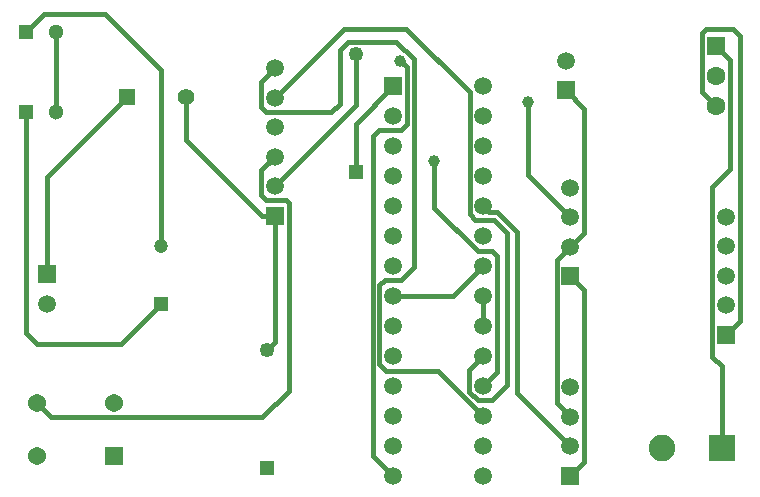
<source format=gtl>
G04*
G04 #@! TF.GenerationSoftware,Altium Limited,Altium Designer,23.0.1 (38)*
G04*
G04 Layer_Physical_Order=1*
G04 Layer_Color=255*
%FSLAX25Y25*%
%MOIN*%
G70*
G04*
G04 #@! TF.SameCoordinates,3541F037-1E4E-4125-B444-BB1E2F39CCB3*
G04*
G04*
G04 #@! TF.FilePolarity,Positive*
G04*
G01*
G75*
%ADD24R,0.06063X0.06063*%
%ADD25C,0.06063*%
%ADD30C,0.04921*%
%ADD31R,0.04921X0.04921*%
%ADD35C,0.01500*%
%ADD36R,0.05118X0.05118*%
%ADD37C,0.05118*%
%ADD38R,0.04724X0.04724*%
%ADD39C,0.04724*%
%ADD40R,0.05937X0.05937*%
%ADD41C,0.05937*%
%ADD42C,0.06299*%
%ADD43R,0.06299X0.06299*%
%ADD44R,0.08858X0.08858*%
%ADD45C,0.08858*%
%ADD46C,0.05906*%
%ADD47R,0.05906X0.05906*%
%ADD48R,0.05512X0.05512*%
%ADD49C,0.05512*%
%ADD50C,0.03937*%
D24*
X60295Y30142D02*
D03*
D25*
Y47858D02*
D03*
X34705Y30142D02*
D03*
Y47858D02*
D03*
D30*
X141000Y164185D02*
D03*
X111500Y65685D02*
D03*
D31*
X141000Y124815D02*
D03*
X111500Y26315D02*
D03*
D35*
X76000Y100106D02*
Y159000D01*
X57400Y177600D02*
X76000Y159000D01*
X37100Y177600D02*
X57400D01*
X31000Y171500D02*
X37100Y177600D01*
X41000Y145000D02*
Y171500D01*
X111500Y65685D02*
X114067Y68252D01*
Y110394D01*
X109610D02*
X114067D01*
X84343Y135661D02*
X109610Y110394D01*
X84343Y135661D02*
Y150000D01*
X153500Y83500D02*
X173500D01*
X183500Y93500D01*
X208000Y95512D02*
X212567Y100079D01*
X208000Y47988D02*
Y95512D01*
Y47988D02*
X212567Y43421D01*
Y100079D02*
X217100Y104612D01*
Y146058D01*
X211000Y152158D02*
X217100Y146058D01*
X34705Y47858D02*
X39363Y43200D01*
X109900D01*
X118600Y51900D01*
Y114700D01*
X117600Y115700D02*
X118600Y114700D01*
X111200Y115700D02*
X117600D01*
X109500Y117400D02*
X111200Y115700D01*
X109500Y117400D02*
Y125512D01*
X114067Y130079D01*
X141000Y124815D02*
Y141000D01*
X153500Y153500D01*
X167097Y113003D02*
Y128500D01*
Y113003D02*
X181600Y98500D01*
X186400D01*
X188100Y96800D01*
Y58100D02*
Y96800D01*
X183500Y53500D02*
X188100Y58100D01*
X178900Y58900D02*
X183500Y63500D01*
X178900Y51600D02*
Y58900D01*
Y51600D02*
X181600Y48900D01*
X186400D01*
X191300Y53800D01*
Y104703D01*
X187103Y108900D02*
X191300Y104703D01*
X180900Y108900D02*
X187103D01*
X178997Y110803D02*
X180900Y108900D01*
X178997Y110803D02*
Y151603D01*
X157900Y172700D02*
X178997Y151603D01*
X137003Y172700D02*
X157900D01*
X114067Y149764D02*
X137003Y172700D01*
X109500Y155039D02*
X114067Y159606D01*
X109500Y146500D02*
Y155039D01*
Y146500D02*
X111200Y144800D01*
X132700D01*
X135600Y147700D01*
Y165600D01*
X138400Y168400D01*
X154400D01*
X160303Y162497D01*
Y93203D02*
Y162497D01*
X156000Y88900D02*
X160303Y93203D01*
X150700Y88900D02*
X156000D01*
X148900Y87100D02*
X150700Y88900D01*
X148900Y60800D02*
Y87100D01*
Y60800D02*
X151200Y58500D01*
X168500D01*
X183500Y43500D01*
X31000Y71100D02*
Y145000D01*
Y71100D02*
X34600Y67500D01*
X62606D01*
X76000Y80894D01*
X263000Y33000D02*
Y60300D01*
X259900Y63400D02*
X263000Y60300D01*
X259900Y63400D02*
Y120000D01*
X265700Y125800D01*
Y162300D01*
X261000Y167000D02*
X265700Y162300D01*
X37933Y90921D02*
Y123276D01*
X64657Y150000D01*
X114067Y120236D02*
X141000Y147169D01*
Y164185D01*
X183500Y73500D02*
Y83500D01*
X212567Y90236D02*
X217100Y85703D01*
Y28269D02*
Y85703D01*
X212567Y23736D02*
X217100Y28269D01*
X264500Y70658D02*
X269100Y75258D01*
Y170400D01*
X266900Y172600D02*
X269100Y170400D01*
X257600Y172600D02*
X266900D01*
X256300Y171300D02*
X257600Y172600D01*
X256300Y151700D02*
Y171300D01*
Y151700D02*
X261000Y147000D01*
X146600Y30400D02*
X153500Y23500D01*
X146600Y30400D02*
Y136997D01*
X148600Y138997D01*
X156000D01*
X158003Y141000D01*
Y159797D01*
X155800Y162000D02*
X158003Y159797D01*
X198500Y123988D02*
Y148100D01*
Y123988D02*
X212567Y109921D01*
X183500Y113500D02*
X185410Y111590D01*
X188213D01*
X194900Y104903D01*
Y51246D02*
Y104903D01*
Y51246D02*
X212567Y33579D01*
D36*
X31000Y171500D02*
D03*
Y145000D02*
D03*
D37*
X41000Y171500D02*
D03*
Y145000D02*
D03*
D38*
X76000Y80894D02*
D03*
D39*
Y100106D02*
D03*
D40*
X264500Y70658D02*
D03*
X212567Y23736D02*
D03*
Y90236D02*
D03*
X211000Y152158D02*
D03*
X114067Y110394D02*
D03*
X37933Y90921D02*
D03*
D41*
X264500Y80500D02*
D03*
Y90343D02*
D03*
Y100185D02*
D03*
Y110028D02*
D03*
X212567Y33579D02*
D03*
Y43421D02*
D03*
Y53264D02*
D03*
Y100079D02*
D03*
Y109921D02*
D03*
Y119764D02*
D03*
X211000Y162000D02*
D03*
X114067Y120236D02*
D03*
Y130079D02*
D03*
Y139921D02*
D03*
Y149764D02*
D03*
Y159606D02*
D03*
X37933Y81079D02*
D03*
D42*
X261000Y147000D02*
D03*
Y157000D02*
D03*
D43*
Y167000D02*
D03*
D44*
X263000Y33000D02*
D03*
D45*
X243000D02*
D03*
D46*
X183500Y23500D02*
D03*
Y33500D02*
D03*
Y43500D02*
D03*
Y53500D02*
D03*
Y63500D02*
D03*
Y73500D02*
D03*
Y83500D02*
D03*
Y93500D02*
D03*
Y103500D02*
D03*
Y113500D02*
D03*
Y123500D02*
D03*
Y133500D02*
D03*
Y143500D02*
D03*
Y153500D02*
D03*
X153500Y23500D02*
D03*
Y33500D02*
D03*
Y43500D02*
D03*
Y53500D02*
D03*
Y63500D02*
D03*
Y73500D02*
D03*
Y83500D02*
D03*
Y93500D02*
D03*
Y103500D02*
D03*
Y113500D02*
D03*
Y123500D02*
D03*
Y133500D02*
D03*
Y143500D02*
D03*
D47*
Y153500D02*
D03*
D48*
X64657Y150000D02*
D03*
D49*
X84343D02*
D03*
D50*
X167097Y128500D02*
D03*
X155800Y162000D02*
D03*
X198500Y148100D02*
D03*
M02*

</source>
